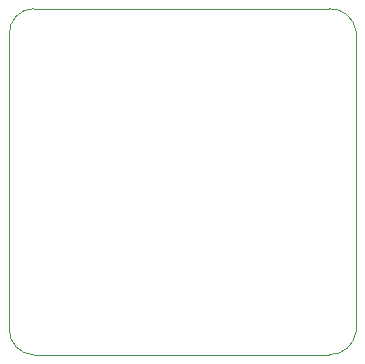
<source format=gm1>
G04 #@! TF.GenerationSoftware,KiCad,Pcbnew,(6.0.7)*
G04 #@! TF.CreationDate,2022-10-05T19:21:38-05:00*
G04 #@! TF.ProjectId,INA186_Breakout,494e4131-3836-45f4-9272-65616b6f7574,rev?*
G04 #@! TF.SameCoordinates,Original*
G04 #@! TF.FileFunction,Profile,NP*
%FSLAX46Y46*%
G04 Gerber Fmt 4.6, Leading zero omitted, Abs format (unit mm)*
G04 Created by KiCad (PCBNEW (6.0.7)) date 2022-10-05 19:21:38*
%MOMM*%
%LPD*%
G01*
G04 APERTURE LIST*
G04 #@! TA.AperFunction,Profile*
%ADD10C,0.100000*%
G04 #@! TD*
G04 APERTURE END LIST*
D10*
X50333743Y-22503174D02*
X50333743Y-47502937D01*
X52391142Y-20351800D02*
X77391142Y-20351800D01*
X79703866Y-22306164D02*
X79703866Y-47653482D01*
X77391141Y-49654329D02*
G75*
G03*
X79703866Y-47653482I74059J2251429D01*
G01*
X77391142Y-49654311D02*
X52391142Y-49654311D01*
X50333706Y-47502936D02*
G75*
G03*
X52391142Y-49654311I2106294J-45164D01*
G01*
X79703857Y-22306165D02*
G75*
G03*
X77391142Y-20351800I-2206857J-265935D01*
G01*
X52391142Y-20351772D02*
G75*
G03*
X50333743Y-22503174I29358J-2087528D01*
G01*
M02*

</source>
